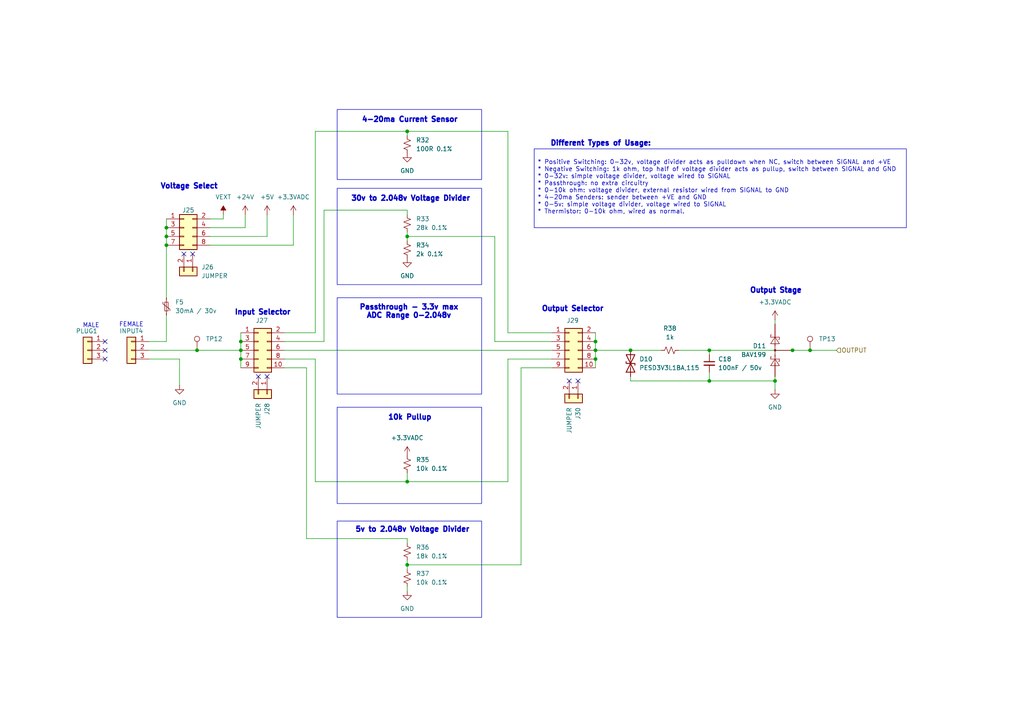
<source format=kicad_sch>
(kicad_sch (version 20250114) (generator "eeschema") (generator_version "9.0")
  (paper "A4")
  (title_block (title "https://github.com/hoeken/sendit") (date "2025-08-28") (rev "C"))
  (lib_symbols
    (symbol "Connector:TestPoint" (pin_numbers (hide yes)) (pin_names (offset 0.762) (hide yes))
      (property "Reference" "TP" (at 0 6.858 0))
      (property "Value" "TestPoint" (at 0 5.08 0))
      (symbol "TestPoint_0_1"
        (circle (center 0 3.302) (radius 0.762))
      )
      (symbol "TestPoint_1_1"
        (pin passive line (at 0 0 90) (length 2.54) (name "1") (number "1"))
      )
    )
    (symbol "Connector_Generic:Conn_01x02" (pin_names (offset 1.016) (hide yes))
      (property "Reference" "J" (at 0 2.54 0))
      (property "Value" "Conn_01x02" (at 0 -5.08 0))
      (symbol "Conn_01x02_1_1"
        (rectangle (start -1.27 1.27) (end 1.27 -3.81) (stroke (width 0.254)) (fill (type background)))
        (rectangle (start -1.27 0.127) (end 0 -0.127) (stroke (width 0.1524)))
        (rectangle (start -1.27 -2.413) (end 0 -2.667) (stroke (width 0.1524)))
        (pin passive line (at -5.08 0 0) (length 3.81) (name "Pin_1") (number "1"))
        (pin passive line (at -5.08 -2.54 0) (length 3.81) (name "Pin_2") (number "2"))
      )
    )
    (symbol "Connector_Generic:Conn_01x03" (pin_names (offset 1.016) (hide yes))
      (property "Reference" "J" (at 0 5.08 0))
      (property "Value" "Conn_01x03" (at 0 -5.08 0))
      (symbol "Conn_01x03_1_1"
        (rectangle (start -1.27 3.81) (end 1.27 -3.81) (stroke (width 0.254)) (fill (type background)))
        (rectangle (start -1.27 2.667) (end 0 2.413) (stroke (width 0.1524)))
        (rectangle (start -1.27 0.127) (end 0 -0.127) (stroke (width 0.1524)))
        (rectangle (start -1.27 -2.413) (end 0 -2.667) (stroke (width 0.1524)))
        (pin passive line (at -5.08 2.54 0) (length 3.81) (name "Pin_1") (number "1"))
        (pin passive line (at -5.08 0 0) (length 3.81) (name "Pin_2") (number "2"))
        (pin passive line (at -5.08 -2.54 0) (length 3.81) (name "Pin_3") (number "3"))
      )
    )
    (symbol "Connector_Generic:Conn_02x04_Odd_Even" (pin_names (offset 1.016) (hide yes))
      (property "Reference" "J" (at 1.27 5.08 0))
      (property "Value" "Conn_02x04_Odd_Even" (at 1.27 -7.62 0))
      (symbol "Conn_02x04_Odd_Even_1_1"
        (rectangle (start -1.27 3.81) (end 3.81 -6.35) (stroke (width 0.254)) (fill (type background)))
        (rectangle (start -1.27 2.667) (end 0 2.413) (stroke (width 0.1524)))
        (rectangle (start -1.27 0.127) (end 0 -0.127) (stroke (width 0.1524)))
        (rectangle (start -1.27 -2.413) (end 0 -2.667) (stroke (width 0.1524)))
        (rectangle (start -1.27 -4.953) (end 0 -5.207) (stroke (width 0.1524)))
        (rectangle (start 3.81 2.667) (end 2.54 2.413) (stroke (width 0.1524)))
        (rectangle (start 3.81 0.127) (end 2.54 -0.127) (stroke (width 0.1524)))
        (rectangle (start 3.81 -2.413) (end 2.54 -2.667) (stroke (width 0.1524)))
        (rectangle (start 3.81 -4.953) (end 2.54 -5.207) (stroke (width 0.1524)))
        (pin passive line (at -5.08 2.54 0) (length 3.81) (name "Pin_1") (number "1"))
        (pin passive line (at -5.08 0 0) (length 3.81) (name "Pin_3") (number "3"))
        (pin passive line (at -5.08 -2.54 0) (length 3.81) (name "Pin_5") (number "5"))
        (pin passive line (at -5.08 -5.08 0) (length 3.81) (name "Pin_7") (number "7"))
        (pin passive line (at 7.62 2.54 180) (length 3.81) (name "Pin_2") (number "2"))
        (pin passive line (at 7.62 0 180) (length 3.81) (name "Pin_4") (number "4"))
        (pin passive line (at 7.62 -2.54 180) (length 3.81) (name "Pin_6") (number "6"))
        (pin passive line (at 7.62 -5.08 180) (length 3.81) (name "Pin_8") (number "8"))
      )
    )
    (symbol "Connector_Generic:Conn_02x05_Odd_Even" (pin_names (offset 1.016) (hide yes))
      (property "Reference" "J" (at 1.27 7.62 0))
      (property "Value" "Conn_02x05_Odd_Even" (at 1.27 -7.62 0))
      (symbol "Conn_02x05_Odd_Even_1_1"
        (rectangle (start -1.27 6.35) (end 3.81 -6.35) (stroke (width 0.254)) (fill (type background)))
        (rectangle (start -1.27 5.207) (end 0 4.953) (stroke (width 0.1524)))
        (rectangle (start -1.27 2.667) (end 0 2.413) (stroke (width 0.1524)))
        (rectangle (start -1.27 0.127) (end 0 -0.127) (stroke (width 0.1524)))
        (rectangle (start -1.27 -2.413) (end 0 -2.667) (stroke (width 0.1524)))
        (rectangle (start -1.27 -4.953) (end 0 -5.207) (stroke (width 0.1524)))
        (rectangle (start 3.81 5.207) (end 2.54 4.953) (stroke (width 0.1524)))
        (rectangle (start 3.81 2.667) (end 2.54 2.413) (stroke (width 0.1524)))
        (rectangle (start 3.81 0.127) (end 2.54 -0.127) (stroke (width 0.1524)))
        (rectangle (start 3.81 -2.413) (end 2.54 -2.667) (stroke (width 0.1524)))
        (rectangle (start 3.81 -4.953) (end 2.54 -5.207) (stroke (width 0.1524)))
        (pin passive line (at -5.08 5.08 0) (length 3.81) (name "Pin_1") (number "1"))
        (pin passive line (at -5.08 2.54 0) (length 3.81) (name "Pin_3") (number "3"))
        (pin passive line (at -5.08 0 0) (length 3.81) (name "Pin_5") (number "5"))
        (pin passive line (at -5.08 -2.54 0) (length 3.81) (name "Pin_7") (number "7"))
        (pin passive line (at -5.08 -5.08 0) (length 3.81) (name "Pin_9") (number "9"))
        (pin passive line (at 7.62 5.08 180) (length 3.81) (name "Pin_2") (number "2"))
        (pin passive line (at 7.62 2.54 180) (length 3.81) (name "Pin_4") (number "4"))
        (pin passive line (at 7.62 0 180) (length 3.81) (name "Pin_6") (number "6"))
        (pin passive line (at 7.62 -2.54 180) (length 3.81) (name "Pin_8") (number "8"))
        (pin passive line (at 7.62 -5.08 180) (length 3.81) (name "Pin_10") (number "10"))
      )
    )
    (symbol "Device:C_Small" (pin_numbers (hide yes)) (pin_names (offset 0.254) (hide yes))
      (property "Reference" "C" (at 0.254 1.778 0))
      (property "Value" "C_Small" (at 0.254 -2.032 0))
      (symbol "C_Small_0_1"
        (polyline (pts (xy -1.524 0.508) (xy 1.524 0.508)) (stroke (width 0.3048)))
        (polyline (pts (xy -1.524 -0.508) (xy 1.524 -0.508)) (stroke (width 0.3302)))
      )
      (symbol "C_Small_1_1"
        (pin passive line (at 0 2.54 270) (length 2.032) (name "~") (number "1"))
        (pin passive line (at 0 -2.54 90) (length 2.032) (name "~") (number "2"))
      )
    )
    (symbol "Device:D_TVS" (pin_numbers (hide yes)) (pin_names (offset 1.016) (hide yes))
      (property "Reference" "D" (at 0 2.54 0))
      (property "Value" "D_TVS" (at 0 -2.54 0))
      (symbol "D_TVS_0_1"
        (polyline (pts (xy -2.54 1.27) (xy -2.54 -1.27) (xy 2.54 1.27) (xy 2.54 -1.27) (xy -2.54 1.27)) (stroke (width 0.254)))
        (polyline (pts (xy 0.508 1.27) (xy 0 1.27) (xy 0 -1.27) (xy -0.508 -1.27)) (stroke (width 0.254)))
        (polyline (pts (xy 1.27 0) (xy -1.27 0)))
      )
      (symbol "D_TVS_1_1"
        (pin passive line (at -3.81 0 0) (length 2.54) (name "A1") (number "1"))
        (pin passive line (at 3.81 0 180) (length 2.54) (name "A2") (number "2"))
      )
    )
    (symbol "Device:Polyfuse_Small" (pin_numbers (hide yes)) (pin_names (offset 0))
      (property "Reference" "F" (at -1.905 0 90))
      (property "Value" "Polyfuse_Small" (at 1.905 0 90))
      (symbol "Polyfuse_Small_0_1"
        (polyline (pts (xy -1.016 1.27) (xy -1.016 0.762) (xy 1.016 -0.762) (xy 1.016 -1.27)))
        (rectangle (start -0.508 1.27) (end 0.508 -1.27))
        (polyline (pts (xy 0 2.54) (xy 0 -2.54)))
      )
      (symbol "Polyfuse_Small_1_1"
        (pin passive line (at 0 2.54 270) (length 0.635) (name "~") (number "1"))
        (pin passive line (at 0 -2.54 90) (length 0.635) (name "~") (number "2"))
      )
    )
    (symbol "Device:R_Small_US" (pin_numbers (hide yes)) (pin_names (offset 0.254) (hide yes))
      (property "Reference" "R" (at 0.762 0.508 0))
      (property "Value" "R_Small_US" (at 0.762 -1.016 0))
      (symbol "R_Small_US_1_1"
        (polyline (pts (xy 0 1.524) (xy 1.016 1.143) (xy 0 0.762) (xy -1.016 0.381) (xy 0 0)))
        (polyline (pts (xy 0 0) (xy 1.016 -0.381) (xy 0 -0.762) (xy -1.016 -1.143) (xy 0 -1.524)))
        (pin passive line (at 0 2.54 270) (length 1.016) (name "~") (number "1"))
        (pin passive line (at 0 -2.54 90) (length 1.016) (name "~") (number "2"))
      )
    )
    (symbol "Diode:BAT54S" (pin_numbers (hide yes)) (pin_names (offset 0) (hide yes))
      (property "Reference" "D" (at 2.54 -5.08 0))
      (property "Value" "BAT54S" (at -6.35 3.175 0))
      (symbol "BAT54S_0_1"
        (polyline (pts (xy -4.445 1.27) (xy -4.445 -1.27) (xy -2.54 0) (xy -4.445 1.27)))
        (polyline (pts (xy -3.81 0) (xy -1.27 0)))
        (polyline (pts (xy -3.175 -1.27) (xy -3.175 -1.016)))
        (polyline (pts (xy -2.54 1.27) (xy -1.905 1.27)))
        (polyline (pts (xy -2.54 -1.27) (xy -3.175 -1.27)))
        (polyline (pts (xy -2.54 -1.27) (xy -2.54 1.27)))
        (polyline (pts (xy -1.905 1.27) (xy -1.905 1.016)))
        (polyline (pts (xy -1.905 0) (xy 1.905 0)))
        (circle (center 0 0) (radius 0.254) (fill (type outline)))
        (polyline (pts (xy 1.27 0) (xy 3.81 0)))
        (polyline (pts (xy 1.905 1.27) (xy 1.905 -1.27) (xy 3.81 0) (xy 1.905 1.27)))
        (polyline (pts (xy 3.175 -1.27) (xy 3.175 -1.016)))
        (polyline (pts (xy 3.81 1.27) (xy 4.445 1.27)))
        (polyline (pts (xy 3.81 -1.27) (xy 3.175 -1.27)))
        (polyline (pts (xy 3.81 -1.27) (xy 3.81 1.27)))
        (polyline (pts (xy 4.445 1.27) (xy 4.445 1.016)))
      )
      (symbol "BAT54S_1_1"
        (pin passive line (at -7.62 0 0) (length 3.81) (name "A") (number "1"))
        (pin passive line (at 0 -5.08 90) (length 5.08) (name "COM") (number "3"))
        (pin passive line (at 7.62 0 180) (length 3.81) (name "K") (number "2"))
      )
    )
    (symbol "power:+24V" (power) (pin_numbers (hide yes)) (pin_names (offset 0) (hide yes))
      (property "Value" "+24V" (at 0 3.556 0))
      (symbol "+24V_0_1"
        (polyline (pts (xy -0.762 1.27) (xy 0 2.54)))
        (polyline (pts (xy 0 2.54) (xy 0.762 1.27)))
        (polyline (pts (xy 0 0) (xy 0 2.54)))
      )
      (symbol "+24V_1_1"
        (pin power_in line (at 0 0 90) (length 0) (name "~") (number "1"))
      )
    )
    (symbol "power:+3.3VADC" (power) (pin_numbers (hide yes)) (pin_names (offset 0) (hide yes))
      (property "Value" "+3.3VADC" (at 0 3.556 0))
      (symbol "+3.3VADC_0_0"
        (pin power_in line (at 0 0 90) (length 0) (name "~") (number "1"))
      )
      (symbol "+3.3VADC_0_1"
        (polyline (pts (xy -0.762 1.27) (xy 0 2.54)))
        (polyline (pts (xy 0 2.54) (xy 0.762 1.27)))
        (polyline (pts (xy 0 0) (xy 0 2.54)))
      )
    )
    (symbol "power:+5V" (power) (pin_numbers (hide yes)) (pin_names (offset 0) (hide yes))
      (property "Value" "+5V" (at 0 3.556 0))
      (symbol "+5V_0_1"
        (polyline (pts (xy -0.762 1.27) (xy 0 2.54)))
        (polyline (pts (xy 0 2.54) (xy 0.762 1.27)))
        (polyline (pts (xy 0 0) (xy 0 2.54)))
      )
      (symbol "+5V_1_1"
        (pin power_in line (at 0 0 90) (length 0) (name "~") (number "1"))
      )
    )
    (symbol "power:GND" (power) (pin_numbers (hide yes)) (pin_names (offset 0) (hide yes))
      (property "Value" "GND" (at 0 -3.81 0))
      (symbol "GND_0_1"
        (polyline (pts (xy 0 0) (xy 0 -1.27) (xy 1.27 -1.27) (xy 0 -2.54) (xy -1.27 -1.27) (xy 0 -1.27)))
      )
      (symbol "GND_1_1"
        (pin power_in line (at 0 0 270) (length 0) (name "~") (number "1"))
      )
    )
    (symbol "power:VS" (power) (pin_numbers (hide yes)) (pin_names (offset 0) (hide yes))
      (property "Value" "VS" (at 0 3.556 0))
      (symbol "VS_0_1"
        (polyline (pts (xy 0 0) (xy 0 2.54)))
        (polyline (pts (xy 0.762 1.27) (xy -0.762 1.27) (xy 0 2.54) (xy 0.762 1.27)) (fill (type outline)))
      )
      (symbol "VS_1_1"
        (pin power_in line (at 0 0 90) (length 0) (name "~") (number "1"))
      )
    )
  )
  (rectangle (start 97.79 31.75) (end 139.7 52.07))
  (rectangle (start 97.79 151.13) (end 139.7 179.07))
  (rectangle (start 97.79 118.11) (end 139.7 146.05))
  (rectangle (start 97.79 54.61) (end 139.7 82.55))
  (rectangle (start 97.79 86.36) (end 139.7 114.3))
  (text "Input Selector" (at 76.2 90.678 0) (effects (font (size 1.5 1.5) (thickness 0.4) (bold yes))))
  (text "Different Types of Usage:" (at 174.244 41.656 0) (effects (font (size 1.5 1.5) (thickness 0.4) (bold yes))))
  (text "MALE" (at 26.416 94.488 0) (effects (font (size 1.27 1.27))))
  (text "Voltage Select" (at 54.864 54.102 0) (effects (font (size 1.5 1.5) (thickness 0.4) (bold yes))))
  (text "30v to 2.048v Voltage Divider" (at 119.126 57.658 0) (effects (font (size 1.5 1.5) (thickness 0.4) (bold yes))))
  (text "Output Stage" (at 225.044 84.328 0) (effects (font (size 1.5 1.5) (thickness 0.4) (bold yes))))
  (text "Passthrough - 3.3v max\nADC Range 0-2.048v" (at 118.618 90.424 0) (effects (font (size 1.5 1.5) (thickness 0.4) (bold yes))))
  (text "10k Pullup" (at 118.872 121.158 0) (effects (font (size 1.5 1.5) (thickness 0.4) (bold yes))))
  (text "Output Selector" (at 166.116 89.662 0) (effects (font (size 1.5 1.5) (thickness 0.4) (bold yes))))
  (text "4-20ma Current Sensor" (at 118.872 34.798 0) (effects (font (size 1.5 1.5) (thickness 0.4) (bold yes))))
  (text "5v to 2.048v Voltage Divider" (at 119.634 153.67 0) (effects (font (size 1.5 1.5) (thickness 0.4) (bold yes))))
  (text "FEMALE" (at 38.1 94.234 0) (effects (font (size 1.27 1.27))))
  (text_box "\n* Positive Switching: 0-32v, voltage divider acts as pulldown when NC, switch between SIGNAL and +VE\n* Negative Switching: 1k ohm, top half of voltage divider acts as pullup, switch between SIGNAL and GND\n* 0-32v: simple voltage divider, voltage wired to SIGNAL\n* Passthrough: no extra circuitry\n* 0-10k ohm: voltage divider, external resistor wired from SIGNAL to GND\n* 4-20ma Senders: sender between +VE and GND\n* 0-5v: simple voltage divider, voltage wired to SIGNAL\n* Thermistor: 0-10k ohm, wired as normal." (at 154.94 43.18 0) (size 107.95 22.86) (margins 0.9525 0.9525 0.9525 0.9525) (effects (font (size 1.27 1.27)) (justify left top)))
  (junction (at 229.87 101.6))
  (junction (at 118.11 139.7))
  (junction (at 48.26 71.12))
  (junction (at 118.11 163.83))
  (junction (at 69.85 99.06))
  (junction (at 182.88 101.6))
  (junction (at 172.72 99.06))
  (junction (at 48.26 66.04))
  (junction (at 69.85 101.6))
  (junction (at 205.74 110.49))
  (junction (at 234.95 101.6))
  (junction (at 224.79 110.49))
  (junction (at 172.72 101.6))
  (junction (at 57.15 101.6))
  (junction (at 172.72 104.14))
  (junction (at 69.85 104.14))
  (junction (at 205.74 101.6))
  (junction (at 118.11 38.1))
  (junction (at 118.11 68.58))
  (junction (at 48.26 68.58))
  (no_connect (at 53.34 73.66))
  (no_connect (at 74.93 109.22))
  (no_connect (at 30.48 99.06))
  (no_connect (at 55.88 73.66))
  (no_connect (at 167.64 110.49))
  (no_connect (at 165.1 110.49))
  (no_connect (at 30.48 104.14))
  (no_connect (at 77.47 109.22))
  (no_connect (at 30.48 101.6))
  (wire (pts (xy 234.95 101.6) (xy 242.57 101.6)))
  (wire (pts (xy 85.09 71.12) (xy 60.96 71.12)))
  (wire (pts (xy 229.87 101.6) (xy 234.95 101.6)))
  (wire (pts (xy 118.11 67.31) (xy 118.11 68.58)))
  (wire (pts (xy 118.11 162.56) (xy 118.11 163.83)))
  (wire (pts (xy 91.44 104.14) (xy 91.44 139.7)))
  (wire (pts (xy 60.96 66.04) (xy 71.12 66.04)))
  (wire (pts (xy 64.77 62.23) (xy 64.77 63.5)))
  (wire (pts (xy 118.11 60.96) (xy 118.11 62.23)))
  (wire (pts (xy 224.79 92.71) (xy 224.79 93.98)))
  (wire (pts (xy 182.88 110.49) (xy 205.74 110.49)))
  (wire (pts (xy 48.26 66.04) (xy 48.26 68.58)))
  (wire (pts (xy 82.55 96.52) (xy 91.44 96.52)))
  (wire (pts (xy 160.02 104.14) (xy 147.32 104.14)))
  (wire (pts (xy 160.02 99.06) (xy 143.51 99.06)))
  (wire (pts (xy 48.26 71.12) (xy 48.26 86.36)))
  (wire (pts (xy 118.11 39.37) (xy 118.11 38.1)))
  (wire (pts (xy 147.32 96.52) (xy 160.02 96.52)))
  (wire (pts (xy 69.85 99.06) (xy 69.85 101.6)))
  (wire (pts (xy 224.79 109.22) (xy 224.79 110.49)))
  (wire (pts (xy 57.15 101.6) (xy 69.85 101.6)))
  (wire (pts (xy 88.9 106.68) (xy 88.9 156.21)))
  (wire (pts (xy 160.02 106.68) (xy 151.13 106.68)))
  (wire (pts (xy 172.72 101.6) (xy 182.88 101.6)))
  (wire (pts (xy 43.18 99.06) (xy 48.26 99.06)))
  (wire (pts (xy 64.77 63.5) (xy 60.96 63.5)))
  (wire (pts (xy 71.12 62.23) (xy 71.12 66.04)))
  (wire (pts (xy 52.07 104.14) (xy 43.18 104.14)))
  (wire (pts (xy 205.74 107.95) (xy 205.74 110.49)))
  (wire (pts (xy 43.18 101.6) (xy 57.15 101.6)))
  (wire (pts (xy 93.98 60.96) (xy 118.11 60.96)))
  (wire (pts (xy 85.09 62.23) (xy 85.09 71.12)))
  (wire (pts (xy 88.9 156.21) (xy 118.11 156.21)))
  (wire (pts (xy 205.74 102.87) (xy 205.74 101.6)))
  (wire (pts (xy 91.44 139.7) (xy 118.11 139.7)))
  (wire (pts (xy 69.85 104.14) (xy 69.85 106.68)))
  (wire (pts (xy 182.88 101.6) (xy 191.77 101.6)))
  (wire (pts (xy 172.72 96.52) (xy 172.72 99.06)))
  (wire (pts (xy 151.13 106.68) (xy 151.13 163.83)))
  (wire (pts (xy 77.47 62.23) (xy 77.47 68.58)))
  (wire (pts (xy 60.96 68.58) (xy 77.47 68.58)))
  (wire (pts (xy 91.44 96.52) (xy 91.44 38.1)))
  (wire (pts (xy 52.07 104.14) (xy 52.07 111.76)))
  (wire (pts (xy 69.85 101.6) (xy 69.85 104.14)))
  (wire (pts (xy 182.88 110.49) (xy 182.88 109.22)))
  (wire (pts (xy 48.26 63.5) (xy 48.26 66.04)))
  (wire (pts (xy 205.74 110.49) (xy 224.79 110.49)))
  (wire (pts (xy 82.55 99.06) (xy 93.98 99.06)))
  (wire (pts (xy 147.32 104.14) (xy 147.32 139.7)))
  (wire (pts (xy 196.85 101.6) (xy 205.74 101.6)))
  (wire (pts (xy 118.11 38.1) (xy 147.32 38.1)))
  (wire (pts (xy 118.11 170.18) (xy 118.11 171.45)))
  (wire (pts (xy 172.72 101.6) (xy 172.72 104.14)))
  (wire (pts (xy 118.11 68.58) (xy 143.51 68.58)))
  (wire (pts (xy 93.98 60.96) (xy 93.98 99.06)))
  (wire (pts (xy 147.32 38.1) (xy 147.32 96.52)))
  (wire (pts (xy 224.79 113.03) (xy 224.79 110.49)))
  (wire (pts (xy 48.26 91.44) (xy 48.26 99.06)))
  (wire (pts (xy 82.55 101.6) (xy 160.02 101.6)))
  (wire (pts (xy 143.51 99.06) (xy 143.51 68.58)))
  (wire (pts (xy 205.74 101.6) (xy 229.87 101.6)))
  (wire (pts (xy 48.26 68.58) (xy 48.26 71.12)))
  (wire (pts (xy 172.72 99.06) (xy 172.72 101.6)))
  (wire (pts (xy 118.11 163.83) (xy 118.11 165.1)))
  (wire (pts (xy 82.55 104.14) (xy 91.44 104.14)))
  (wire (pts (xy 118.11 139.7) (xy 147.32 139.7)))
  (wire (pts (xy 118.11 68.58) (xy 118.11 69.85)))
  (wire (pts (xy 118.11 163.83) (xy 151.13 163.83)))
  (wire (pts (xy 82.55 106.68) (xy 88.9 106.68)))
  (wire (pts (xy 172.72 104.14) (xy 172.72 106.68)))
  (wire (pts (xy 118.11 156.21) (xy 118.11 157.48)))
  (wire (pts (xy 69.85 96.52) (xy 69.85 99.06)))
  (wire (pts (xy 118.11 137.16) (xy 118.11 139.7)))
  (wire (pts (xy 91.44 38.1) (xy 118.11 38.1)))
  (hierarchical_label "OUTPUT" (shape input) (at 242.57 101.6 0))
  (symbol (lib_id "Device:R_Small_US") (at 118.11 134.62 180) (unit 1)
    (property "Reference" "R6" (at 120.65 133.35 0) (effects (justify right)))
    (property "Value" "10k 0.1%" (at 120.65 135.89 0) (effects (justify right)))
    (property "Footprint" "Resistor_SMD:R_0603_1608Metric" (effects (hide yes)))
    (property "LCSC" "C95204" (effects (hide yes)))
    (instances (project "sendit" (path "" (reference "R35") (unit 1)) (path "" (reference "R20") (unit 1)) (path "" (reference "R62") (unit 1)) (path "" (reference "R28") (unit 1)) (path "" (reference "R69") (unit 1)) (path "" (reference "R6") (unit 1)) (path "" (reference "R42") (unit 1)) (path "" (reference "R55") (unit 1))))
  )
  (symbol (lib_id "Diode:BAT54S") (at 224.79 101.6 90) (unit 1)
    (property "Reference" "D2" (at 222.25 100.3299 90) (effects (justify left)))
    (property "Value" "BAV199" (at 222.25 102.8699 90) (effects (justify left)))
    (property "Footprint" "Package_TO_SOT_SMD:SOT-23" (effects (hide yes)))
    (property "Description" "Vr 30V, If 200mA, Dual schottky barrier diode, in series, SOT-323" (effects (hide yes)))
    (property "LCSC" "C40919" (effects (hide yes)))
    (instances (project "sendit" (path "" (reference "D11") (unit 1)) (path "" (reference "D7") (unit 1)) (path "" (reference "D26") (unit 1)) (path "" (reference "D9") (unit 1)) (path "" (reference "D28") (unit 1)) (path "" (reference "D2") (unit 1)) (path "" (reference "D13") (unit 1)) (path "" (reference "D24") (unit 1))))
  )
  (symbol (lib_id "Device:Polyfuse_Small") (at 48.26 88.9 0) (unit 1)
    (property "Reference" "F1" (at 50.8 87.6299 0) (effects (justify left)))
    (property "Value" "30mA / 30v" (at 50.8 90.1699 0) (effects (justify left)))
    (property "Footprint" "Fuse:Fuse_0603_1608Metric" (effects (hide yes)))
    (property "Description" "Resettable fuse, polymeric positive temperature coefficient, small symbol" (effects (hide yes)))
    (property "LCSC" "C2687870" (effects (hide yes)))
    (instances (project "" (path "" (reference "F5") (unit 1)) (path "" (reference "F3") (unit 1)) (path "" (reference "F10") (unit 1)) (path "" (reference "F4") (unit 1)) (path "" (reference "F11") (unit 1)) (path "" (reference "F1") (unit 1)) (path "" (reference "F6") (unit 1)) (path "" (reference "F9") (unit 1))))
  )
  (symbol (lib_id "Connector_Generic:Conn_02x05_Odd_Even") (at 74.93 101.6 0) (unit 1)
    (property "Reference" "J6" (at 75.946 92.964 0))
    (property "Value" "Conn_02x05_Odd_Even" (effects (hide yes)))
    (property "Footprint" "Connector_PinHeader_2.54mm:PinHeader_2x05_P2.54mm_Vertical" (effects (hide yes)))
    (property "Description" "Generic connector, double row, 02x05, odd/even pin numbering scheme (row 1 odd numbers, row 2 even numbers), script generated (kicad-library-utils/schlib/autogen/connector/)" (effects (hide yes)))
    (property "LCSC" "C225520" (effects (hide yes)))
    (property "Rotation Offset" "90" (effects (hide yes)))
    (instances (project "" (path "" (reference "J27") (unit 1)) (path "" (reference "J14") (unit 1)) (path "" (reference "J49") (unit 1)) (path "" (reference "J21") (unit 1)) (path "" (reference "J56") (unit 1)) (path "" (reference "J6") (unit 1)) (path "" (reference "J34") (unit 1)) (path "" (reference "J42") (unit 1))))
  )
  (symbol (lib_id "power:+24V") (at 71.12 62.23 0) (unit 1)
    (property "Reference" "#PWR017" (effects (hide yes)))
    (property "Value" "+24V" (at 71.12 57.15 0))
    (property "Description" "Power symbol creates a global label with name \"+24V\"" (effects (hide yes)))
    (instances (project "sendit" (path "" (reference "#PWR071") (unit 1)) (path "" (reference "#PWR047") (unit 1)) (path "" (reference "#PWR0115") (unit 1)) (path "" (reference "#PWR060") (unit 1)) (path "" (reference "#PWR0126") (unit 1)) (path "" (reference "#PWR017") (unit 1)) (path "" (reference "#PWR082") (unit 1)) (path "" (reference "#PWR0104") (unit 1))))
  )
  (symbol (lib_id "power:+3.3VADC") (at 85.09 62.23 0) (mirror y) (unit 1)
    (property "Reference" "#PWR019" (effects (hide yes)))
    (property "Value" "+3.3VADC" (at 85.09 57.15 0))
    (property "Description" "Power symbol creates a global label with name \"+3.3VADC\"" (effects (hide yes)))
    (instances (project "sendit" (path "" (reference "#PWR073") (unit 1)) (path "" (reference "#PWR049") (unit 1)) (path "" (reference "#PWR0117") (unit 1)) (path "" (reference "#PWR062") (unit 1)) (path "" (reference "#PWR0128") (unit 1)) (path "" (reference "#PWR019") (unit 1)) (path "" (reference "#PWR084") (unit 1)) (path "" (reference "#PWR0106") (unit 1))))
  )
  (symbol (lib_id "Device:R_Small_US") (at 118.11 72.39 180) (unit 1)
    (property "Reference" "R5" (at 120.65 71.12 0) (effects (justify right)))
    (property "Value" "2k 0.1%" (at 120.65 73.66 0) (effects (justify right)))
    (property "Footprint" "Resistor_SMD:R_0603_1608Metric" (effects (hide yes)))
    (property "LCSC" "C728588" (effects (hide yes)))
    (instances (project "sendit" (path "" (reference "R34") (unit 1)) (path "" (reference "R19") (unit 1)) (path "" (reference "R61") (unit 1)) (path "" (reference "R27") (unit 1)) (path "" (reference "R68") (unit 1)) (path "" (reference "R5") (unit 1)) (path "" (reference "R41") (unit 1)) (path "" (reference "R54") (unit 1))))
  )
  (symbol (lib_id "power:+5V") (at 77.47 62.23 0) (unit 1)
    (property "Reference" "#PWR018" (effects (hide yes)))
    (property "Value" "+5V" (at 77.47 57.15 0))
    (property "Description" "Power symbol creates a global label with name \"+5V\"" (effects (hide yes)))
    (instances (project "sendit" (path "" (reference "#PWR072") (unit 1)) (path "" (reference "#PWR048") (unit 1)) (path "" (reference "#PWR0116") (unit 1)) (path "" (reference "#PWR061") (unit 1)) (path "" (reference "#PWR0127") (unit 1)) (path "" (reference "#PWR018") (unit 1)) (path "" (reference "#PWR083") (unit 1)) (path "" (reference "#PWR0105") (unit 1))))
  )
  (symbol (lib_id "Device:R_Small_US") (at 118.11 167.64 180) (unit 1)
    (property "Reference" "R8" (at 120.65 166.37 0) (effects (justify right)))
    (property "Value" "10k 0.1%" (at 120.65 168.91 0) (effects (justify right)))
    (property "Footprint" "Resistor_SMD:R_0603_1608Metric" (effects (hide yes)))
    (property "LCSC" "C95204" (effects (hide yes)))
    (instances (project "sendit" (path "" (reference "R37") (unit 1)) (path "" (reference "R22") (unit 1)) (path "" (reference "R64") (unit 1)) (path "" (reference "R30") (unit 1)) (path "" (reference "R71") (unit 1)) (path "" (reference "R8") (unit 1)) (path "" (reference "R44") (unit 1)) (path "" (reference "R57") (unit 1))))
  )
  (symbol (lib_id "power:GND") (at 52.07 111.76 0) (unit 1)
    (property "Reference" "#PWR015" (effects (hide yes)))
    (property "Value" "GND" (at 52.07 116.84 0))
    (property "Description" "Power symbol creates a global label with name \"GND\" , ground" (effects (hide yes)))
    (instances (project "sendit" (path "" (reference "#PWR069") (unit 1)) (path "" (reference "#PWR045") (unit 1)) (path "" (reference "#PWR0113") (unit 1)) (path "" (reference "#PWR058") (unit 1)) (path "" (reference "#PWR0124") (unit 1)) (path "" (reference "#PWR015") (unit 1)) (path "" (reference "#PWR080") (unit 1)) (path "" (reference "#PWR0102") (unit 1))))
  )
  (symbol (lib_id "Connector_Generic:Conn_02x05_Odd_Even") (at 165.1 101.6 0) (unit 1)
    (property "Reference" "J8" (at 166.116 92.964 0))
    (property "Value" "Conn_02x05_Odd_Even" (effects (hide yes)))
    (property "Footprint" "Connector_PinHeader_2.54mm:PinHeader_2x05_P2.54mm_Vertical" (effects (hide yes)))
    (property "Description" "Generic connector, double row, 02x05, odd/even pin numbering scheme (row 1 odd numbers, row 2 even numbers), script generated (kicad-library-utils/schlib/autogen/connector/)" (effects (hide yes)))
    (property "LCSC" "C225520" (effects (hide yes)))
    (property "Rotation Offset" "90" (effects (hide yes)))
    (instances (project "sendit" (path "" (reference "J29") (unit 1)) (path "" (reference "J16") (unit 1)) (path "" (reference "J51") (unit 1)) (path "" (reference "J23") (unit 1)) (path "" (reference "J58") (unit 1)) (path "" (reference "J8") (unit 1)) (path "" (reference "J36") (unit 1)) (path "" (reference "J44") (unit 1))))
  )
  (symbol (lib_id "Connector_Generic:Conn_01x03") (at 38.1 101.6 0) (mirror y) (unit 1)
    (property "Reference" "INPUT1" (at 38.1 96.012 0))
    (property "Value" "Conn_01x03" (effects (hide yes)))
    (property "Footprint" "Connector_Phoenix_MC:PhoenixContact_MC_1,5_3-G-3.5_1x03_P3.50mm_Horizontal" (effects (hide yes)))
    (property "Description" "pluggable terminal block 3.5mm 1x03" (effects (hide yes)))
    (property "LCSC" "C5188296" (effects (hide yes)))
    (instances (project "sendit" (path "" (reference "INPUT4") (unit 1)) (path "" (reference "INPUT2") (unit 1)) (path "" (reference "INPUT8") (unit 1)) (path "" (reference "INPUT3") (unit 1)) (path "" (reference "INPUT9") (unit 1)) (path "" (reference "INPUT1") (unit 1)) (path "" (reference "INPUT5") (unit 1)) (path "" (reference "INPUT7") (unit 1))))
  )
  (symbol (lib_id "power:+3.3VADC") (at 224.79 92.71 0) (mirror y) (unit 1)
    (property "Reference" "#PWR024" (effects (hide yes)))
    (property "Value" "+3.3VADC" (at 224.79 87.63 0))
    (property "Description" "Power symbol creates a global label with name \"+3.3VADC\"" (effects (hide yes)))
    (instances (project "sendit" (path "" (reference "#PWR078") (unit 1)) (path "" (reference "#PWR054") (unit 1)) (path "" (reference "#PWR0122") (unit 1)) (path "" (reference "#PWR067") (unit 1)) (path "" (reference "#PWR0133") (unit 1)) (path "" (reference "#PWR024") (unit 1)) (path "" (reference "#PWR089") (unit 1)) (path "" (reference "#PWR0111") (unit 1))))
  )
  (symbol (lib_id "Device:R_Small_US") (at 118.11 64.77 180) (unit 1)
    (property "Reference" "R4" (at 120.65 63.4999 0) (effects (justify right)))
    (property "Value" "28k 0.1%" (at 120.65 66.0399 0) (effects (justify right)))
    (property "Footprint" "Resistor_SMD:R_0603_1608Metric" (effects (hide yes)))
    (property "LCSC" "C705756" (effects (hide yes)))
    (instances (project "sendit" (path "" (reference "R33") (unit 1)) (path "" (reference "R18") (unit 1)) (path "" (reference "R60") (unit 1)) (path "" (reference "R26") (unit 1)) (path "" (reference "R67") (unit 1)) (path "" (reference "R4") (unit 1)) (path "" (reference "R40") (unit 1)) (path "" (reference "R53") (unit 1))))
  )
  (symbol (lib_id "power:GND") (at 224.79 113.03 0) (unit 1)
    (property "Reference" "#PWR025" (effects (hide yes)))
    (property "Value" "GND" (at 224.79 118.11 0))
    (property "Description" "Power symbol creates a global label with name \"GND\" , ground" (effects (hide yes)))
    (instances (project "sendit" (path "" (reference "#PWR079") (unit 1)) (path "" (reference "#PWR055") (unit 1)) (path "" (reference "#PWR0123") (unit 1)) (path "" (reference "#PWR068") (unit 1)) (path "" (reference "#PWR0134") (unit 1)) (path "" (reference "#PWR025") (unit 1)) (path "" (reference "#PWR090") (unit 1)) (path "" (reference "#PWR0112") (unit 1))))
  )
  (symbol (lib_id "Device:R_Small_US") (at 118.11 41.91 180) (unit 1)
    (property "Reference" "R3" (at 120.65 40.64 0) (effects (justify right)))
    (property "Value" "100R 0.1%" (at 120.65 43.18 0) (effects (justify right)))
    (property "Footprint" "Resistor_SMD:R_1206_3216Metric" (effects (hide yes)))
    (property "LCSC" "C728670" (effects (hide yes)))
    (instances (project "sendit" (path "" (reference "R32") (unit 1)) (path "" (reference "R17") (unit 1)) (path "" (reference "R59") (unit 1)) (path "" (reference "R25") (unit 1)) (path "" (reference "R66") (unit 1)) (path "" (reference "R3") (unit 1)) (path "" (reference "R39") (unit 1)) (path "" (reference "R52") (unit 1))))
  )
  (symbol (lib_id "Device:R_Small_US") (at 118.11 160.02 180) (unit 1)
    (property "Reference" "R7" (at 120.65 158.7499 0) (effects (justify right)))
    (property "Value" "18k 0.1%" (at 120.65 161.2899 0) (effects (justify right)))
    (property "Footprint" "Resistor_SMD:R_0603_1608Metric" (effects (hide yes)))
    (property "LCSC" "C309650" (effects (hide yes)))
    (instances (project "sendit" (path "" (reference "R36") (unit 1)) (path "" (reference "R21") (unit 1)) (path "" (reference "R63") (unit 1)) (path "" (reference "R29") (unit 1)) (path "" (reference "R70") (unit 1)) (path "" (reference "R7") (unit 1)) (path "" (reference "R43") (unit 1)) (path "" (reference "R56") (unit 1))))
  )
  (symbol (lib_id "power:GND") (at 118.11 74.93 0) (unit 1)
    (property "Reference" "#PWR021" (effects (hide yes)))
    (property "Value" "GND" (at 118.11 80.01 0))
    (property "Description" "Power symbol creates a global label with name \"GND\" , ground" (effects (hide yes)))
    (instances (project "sendit" (path "" (reference "#PWR075") (unit 1)) (path "" (reference "#PWR051") (unit 1)) (path "" (reference "#PWR0119") (unit 1)) (path "" (reference "#PWR064") (unit 1)) (path "" (reference "#PWR0130") (unit 1)) (path "" (reference "#PWR021") (unit 1)) (path "" (reference "#PWR086") (unit 1)) (path "" (reference "#PWR0108") (unit 1))))
  )
  (symbol (lib_id "power:VS") (at 64.77 62.23 0) (unit 1)
    (property "Reference" "#PWR016" (effects (hide yes)))
    (property "Value" "VEXT" (at 64.77 57.15 0))
    (property "Description" "Power symbol creates a global label with name \"VS\"" (effects (hide yes)))
    (instances (project "sendit" (path "" (reference "#PWR070") (unit 1)) (path "" (reference "#PWR046") (unit 1)) (path "" (reference "#PWR0114") (unit 1)) (path "" (reference "#PWR059") (unit 1)) (path "" (reference "#PWR0125") (unit 1)) (path "" (reference "#PWR016") (unit 1)) (path "" (reference "#PWR081") (unit 1)) (path "" (reference "#PWR0103") (unit 1))))
  )
  (symbol (lib_id "Connector_Generic:Conn_01x02") (at 77.47 114.3 270) (unit 1) (on_board no)
    (property "Reference" "J7" (at 77.4701 116.84 0) (effects (justify left)))
    (property "Value" "JUMPER" (at 74.9301 116.84 0) (effects (justify left)))
    (property "Description" "Generic connector, single row, 01x02, script generated (kicad-library-utils/schlib/autogen/connector/)" (effects (hide yes)))
    (property "LCSC" "C5305" (effects (hide yes)))
    (instances (project "sendit" (path "" (reference "J28") (unit 1)) (path "" (reference "J15") (unit 1)) (path "" (reference "J50") (unit 1)) (path "" (reference "J22") (unit 1)) (path "" (reference "J57") (unit 1)) (path "" (reference "J7") (unit 1)) (path "" (reference "J35") (unit 1)) (path "" (reference "J43") (unit 1))))
  )
  (symbol (lib_id "Device:D_TVS") (at 182.88 105.41 90) (unit 1)
    (property "Reference" "D1" (at 185.42 104.1399 90) (effects (justify right)))
    (property "Value" "PESD3V3L1BA,115" (at 185.42 106.6799 90) (effects (justify right)))
    (property "Footprint" "Diode_SMD:D_SOD-323" (effects (hide yes)))
    (property "Description" "Bidirectional transient-voltage-suppression diode" (effects (hide yes)))
    (instances (project "" (path "" (reference "D10") (unit 1)) (path "" (reference "D6") (unit 1)) (path "" (reference "D25") (unit 1)) (path "" (reference "D8") (unit 1)) (path "" (reference "D27") (unit 1)) (path "" (reference "D1") (unit 1)) (path "" (reference "D12") (unit 1)) (path "" (reference "D23") (unit 1))))
  )
  (symbol (lib_id "Connector_Generic:Conn_01x02") (at 167.64 115.57 270) (unit 1) (on_board no)
    (property "Reference" "J9" (at 167.6401 118.11 0) (effects (justify left)))
    (property "Value" "JUMPER" (at 165.1001 118.11 0) (effects (justify left)))
    (property "Description" "Generic connector, single row, 01x02, script generated (kicad-library-utils/schlib/autogen/connector/)" (effects (hide yes)))
    (property "LCSC" "C5305" (effects (hide yes)))
    (instances (project "sendit" (path "" (reference "J30") (unit 1)) (path "" (reference "J17") (unit 1)) (path "" (reference "J52") (unit 1)) (path "" (reference "J24") (unit 1)) (path "" (reference "J59") (unit 1)) (path "" (reference "J9") (unit 1)) (path "" (reference "J37") (unit 1)) (path "" (reference "J45") (unit 1))))
  )
  (symbol (lib_id "power:GND") (at 118.11 44.45 0) (unit 1)
    (property "Reference" "#PWR020" (effects (hide yes)))
    (property "Value" "GND" (at 118.11 49.53 0))
    (property "Description" "Power symbol creates a global label with name \"GND\" , ground" (effects (hide yes)))
    (instances (project "sendit" (path "" (reference "#PWR074") (unit 1)) (path "" (reference "#PWR050") (unit 1)) (path "" (reference "#PWR0118") (unit 1)) (path "" (reference "#PWR063") (unit 1)) (path "" (reference "#PWR0129") (unit 1)) (path "" (reference "#PWR020") (unit 1)) (path "" (reference "#PWR085") (unit 1)) (path "" (reference "#PWR0107") (unit 1))))
  )
  (symbol (lib_id "Device:R_Small_US") (at 194.31 101.6 90) (unit 1)
    (property "Reference" "R9" (at 194.31 95.25 90))
    (property "Value" "1k" (at 194.31 97.79 90))
    (property "Footprint" "Resistor_SMD:R_0603_1608Metric" (effects (hide yes)))
    (property "LCSC" "C21190" (effects (hide yes)))
    (instances (project "sendit" (path "" (reference "R38") (unit 1)) (path "" (reference "R23") (unit 1)) (path "" (reference "R65") (unit 1)) (path "" (reference "R31") (unit 1)) (path "" (reference "R72") (unit 1)) (path "" (reference "R9") (unit 1)) (path "" (reference "R45") (unit 1)) (path "" (reference "R58") (unit 1))))
  )
  (symbol (lib_id "Connector:TestPoint") (at 57.15 101.6 0) (unit 1) (in_bom no)
    (property "Reference" "TP3" (at 59.69 98.2979 0) (effects (justify left)))
    (property "Value" "TestPoint" (effects (hide yes)))
    (property "Footprint" "TestPoint:TestPoint_THTPad_D1.5mm_Drill0.7mm" (effects (hide yes)))
    (property "Description" "test point" (effects (hide yes)))
    (instances (project "sendit" (path "" (reference "TP12") (unit 1)) (path "" (reference "TP8") (unit 1)) (path "" (reference "TP23") (unit 1)) (path "" (reference "TP10") (unit 1)) (path "" (reference "TP25") (unit 1)) (path "" (reference "TP3") (unit 1)) (path "" (reference "TP14") (unit 1)) (path "" (reference "TP21") (unit 1))))
  )
  (symbol (lib_id "power:GND") (at 118.11 171.45 0) (unit 1)
    (property "Reference" "#PWR023" (effects (hide yes)))
    (property "Value" "GND" (at 118.11 176.53 0))
    (property "Description" "Power symbol creates a global label with name \"GND\" , ground" (effects (hide yes)))
    (instances (project "sendit" (path "" (reference "#PWR077") (unit 1)) (path "" (reference "#PWR053") (unit 1)) (path "" (reference "#PWR0121") (unit 1)) (path "" (reference "#PWR066") (unit 1)) (path "" (reference "#PWR0132") (unit 1)) (path "" (reference "#PWR023") (unit 1)) (path "" (reference "#PWR088") (unit 1)) (path "" (reference "#PWR0110") (unit 1))))
  )
  (symbol (lib_id "Connector_Generic:Conn_01x02") (at 55.88 78.74 270) (unit 1) (on_board no)
    (property "Reference" "J5" (at 58.42 77.4699 90) (effects (justify left)))
    (property "Value" "JUMPER" (at 58.42 80.0099 90) (effects (justify left)))
    (property "Description" "Generic connector, single row, 01x02, script generated (kicad-library-utils/schlib/autogen/connector/)" (effects (hide yes)))
    (property "LCSC" "C5305" (effects (hide yes)))
    (instances (project "sendit" (path "" (reference "J26") (unit 1)) (path "" (reference "J13") (unit 1)) (path "" (reference "J48") (unit 1)) (path "" (reference "J20") (unit 1)) (path "" (reference "J55") (unit 1)) (path "" (reference "J5") (unit 1)) (path "" (reference "J33") (unit 1)) (path "" (reference "J41") (unit 1))))
  )
  (symbol (lib_id "Device:C_Small") (at 205.74 105.41 0) (unit 1)
    (property "Reference" "C1" (at 208.28 104.1463 0) (effects (justify left)))
    (property "Value" "100nF / 50v" (at 208.28 106.6863 0) (effects (justify left)))
    (property "Footprint" "Capacitor_SMD:C_0603_1608Metric" (effects (hide yes)))
    (property "LCSC" "C14663" (effects (hide yes)))
    (instances (project "sendit" (path "" (reference "C18") (unit 1)) (path "" (reference "C14") (unit 1)) (path "" (reference "C32") (unit 1)) (path "" (reference "C17") (unit 1)) (path "" (reference "C33") (unit 1)) (path "" (reference "C1") (unit 1)) (path "" (reference "C19") (unit 1)) (path "" (reference "C31") (unit 1))))
  )
  (symbol (lib_id "power:+3.3VADC") (at 118.11 132.08 0) (mirror y) (unit 1)
    (property "Reference" "#PWR022" (effects (hide yes)))
    (property "Value" "+3.3VADC" (at 118.11 127 0))
    (property "Description" "Power symbol creates a global label with name \"+3.3VADC\"" (effects (hide yes)))
    (instances (project "sendit" (path "" (reference "#PWR076") (unit 1)) (path "" (reference "#PWR052") (unit 1)) (path "" (reference "#PWR0120") (unit 1)) (path "" (reference "#PWR065") (unit 1)) (path "" (reference "#PWR0131") (unit 1)) (path "" (reference "#PWR022") (unit 1)) (path "" (reference "#PWR087") (unit 1)) (path "" (reference "#PWR0109") (unit 1))))
  )
  (symbol (lib_id "Connector_Generic:Conn_02x04_Odd_Even") (at 53.34 66.04 0) (unit 1)
    (property "Reference" "J4" (at 54.61 60.96 0))
    (property "Footprint" "Connector_PinHeader_2.54mm:PinHeader_2x04_P2.54mm_Vertical" (effects (hide yes)))
    (property "Description" "Generic connector, double row, 02x04, odd/even pin numbering scheme (row 1 odd numbers, row 2 even numbers), script generated (kicad-library-utils/schlib/autogen/connector/)" (effects (hide yes)))
    (property "LCSC" "C225519" (effects (hide yes)))
    (property "Rotation Offset" "90" (effects (hide yes)))
    (instances (project "sendit" (path "" (reference "J25") (unit 1)) (path "" (reference "J12") (unit 1)) (path "" (reference "J47") (unit 1)) (path "" (reference "J19") (unit 1)) (path "" (reference "J54") (unit 1)) (path "" (reference "J4") (unit 1)) (path "" (reference "J32") (unit 1)) (path "" (reference "J40") (unit 1))))
  )
  (symbol (lib_id "Connector_Generic:Conn_01x03") (at 25.4 101.6 0) (mirror y) (unit 1) (on_board no)
    (property "Reference" "J3" (at 25.146 96.012 0))
    (property "Value" "Conn_01x03" (effects (hide yes)))
    (property "Description" "Generic connector, single row, 01x03, script generated (kicad-library-utils/schlib/autogen/connector/)" (effects (hide yes)))
    (property "LCSC" "C5188250" (effects (hide yes)))
    (instances (project "" (path "" (reference "PLUG1") (unit 1)) (path "" (reference "J11") (unit 1)) (path "" (reference "J46") (unit 1)) (path "" (reference "J18") (unit 1)) (path "" (reference "J53") (unit 1)) (path "" (reference "J3") (unit 1)) (path "" (reference "J31") (unit 1)) (path "" (reference "J39") (unit 1))))
  )
  (symbol (lib_id "Connector:TestPoint") (at 234.95 101.6 0) (unit 1) (in_bom no)
    (property "Reference" "TP4" (at 237.49 98.2979 0) (effects (justify left)))
    (property "Value" "TestPoint" (effects (hide yes)))
    (property "Footprint" "TestPoint:TestPoint_THTPad_D1.5mm_Drill0.7mm" (effects (hide yes)))
    (property "Description" "test point" (effects (hide yes)))
    (instances (project "sendit" (path "" (reference "TP13") (unit 1)) (path "" (reference "TP9") (unit 1)) (path "" (reference "TP24") (unit 1)) (path "" (reference "TP11") (unit 1)) (path "" (reference "TP26") (unit 1)) (path "" (reference "TP4") (unit 1)) (path "" (reference "TP15") (unit 1)) (path "" (reference "TP22") (unit 1))))
  )
)
</source>
